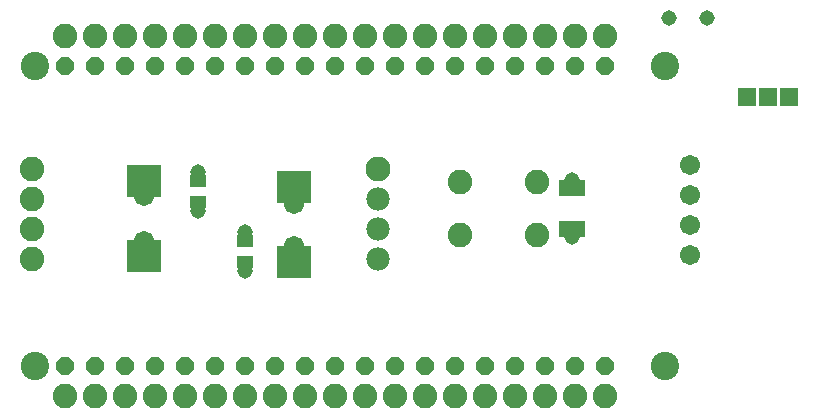
<source format=gbr>
G04 EAGLE Gerber RS-274X export*
G75*
%MOMM*%
%FSLAX34Y34*%
%LPD*%
%INSoldermask Bottom*%
%IPPOS*%
%AMOC8*
5,1,8,0,0,1.08239X$1,22.5*%
G01*
%ADD10C,2.403200*%
%ADD11P,1.635708X8X292.500000*%
%ADD12C,1.981200*%
%ADD13C,2.103200*%
%ADD14R,2.903200X2.753200*%
%ADD15R,1.403200X1.003200*%
%ADD16C,2.082800*%
%ADD17R,1.603200X1.603200*%
%ADD18R,2.263200X1.473200*%
%ADD19C,1.711200*%
%ADD20C,1.703200*%
%ADD21C,1.309600*%


D10*
X24130Y312420D03*
X24130Y58420D03*
X557530Y58420D03*
X557530Y312420D03*
D11*
X49530Y312420D03*
X74930Y312420D03*
X100330Y312420D03*
X125730Y312420D03*
X151130Y312420D03*
X176530Y312420D03*
X201930Y312420D03*
X227330Y312420D03*
X252730Y312420D03*
X278130Y312420D03*
X303530Y312420D03*
X328930Y312420D03*
X354330Y312420D03*
X379730Y312420D03*
X405130Y312420D03*
X430530Y312420D03*
X455930Y312420D03*
X481330Y312420D03*
X506730Y312420D03*
X506730Y58420D03*
X481330Y58420D03*
X455930Y58420D03*
X430530Y58420D03*
X405130Y58420D03*
X379730Y58420D03*
X354330Y58420D03*
X328930Y58420D03*
X303530Y58420D03*
X278130Y58420D03*
X252730Y58420D03*
X227330Y58420D03*
X201930Y58420D03*
X176530Y58420D03*
X151130Y58420D03*
X125730Y58420D03*
X100330Y58420D03*
X74930Y58420D03*
X49530Y58420D03*
D12*
X314960Y148590D03*
X314960Y173990D03*
X314960Y199390D03*
D13*
X314960Y224790D03*
D14*
X243840Y209500D03*
X243840Y146100D03*
D15*
X201930Y145940D03*
X201930Y163940D03*
D16*
X449072Y214376D03*
X384048Y214376D03*
X449072Y169164D03*
X384048Y169164D03*
D17*
X662940Y285750D03*
X645160Y285750D03*
X627380Y285750D03*
D18*
X478790Y174220D03*
X478790Y209320D03*
D14*
X116840Y151180D03*
X116840Y214580D03*
D15*
X162560Y214740D03*
X162560Y196740D03*
D19*
X579120Y228600D03*
X579120Y203200D03*
X579120Y177800D03*
X579120Y152400D03*
D16*
X49530Y337820D03*
X74930Y337820D03*
X100330Y337820D03*
X125730Y337820D03*
X151130Y337820D03*
X176530Y337820D03*
X201930Y337820D03*
X227330Y337820D03*
X252730Y337820D03*
X278130Y337820D03*
X303530Y337820D03*
X328930Y337820D03*
X354330Y337820D03*
X379730Y337820D03*
X405130Y337820D03*
X430530Y337820D03*
X455930Y337820D03*
X481330Y337820D03*
X506730Y337820D03*
X49530Y33020D03*
X74930Y33020D03*
X100330Y33020D03*
X125730Y33020D03*
X151130Y33020D03*
X176530Y33020D03*
X201930Y33020D03*
X227330Y33020D03*
X252730Y33020D03*
X278130Y33020D03*
X303530Y33020D03*
X328930Y33020D03*
X354330Y33020D03*
X379730Y33020D03*
X405130Y33020D03*
X430530Y33020D03*
X455930Y33020D03*
X481330Y33020D03*
X506730Y33020D03*
X21590Y224790D03*
X21590Y199390D03*
X21590Y173990D03*
X21590Y148590D03*
D20*
X243840Y195580D03*
X116840Y163830D03*
D21*
X162560Y189230D03*
X201930Y171450D03*
X561340Y353060D03*
X478790Y167640D03*
X201930Y138430D03*
D20*
X243840Y160020D03*
X116840Y201930D03*
D21*
X162560Y222250D03*
X593090Y353060D03*
X478790Y215900D03*
M02*

</source>
